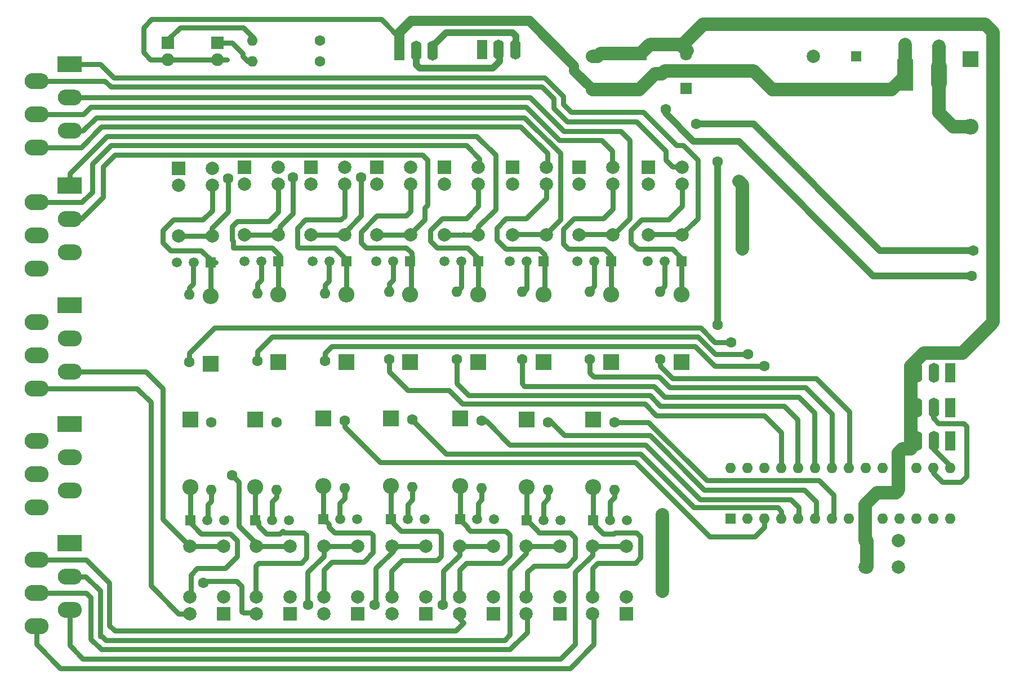
<source format=gbl>
%TF.GenerationSoftware,KiCad,Pcbnew,(5.1.6)-1*%
%TF.CreationDate,2021-11-12T17:11:00+01:00*%
%TF.ProjectId,Relay Control,52656c61-7920-4436-9f6e-74726f6c2e6b,rev?*%
%TF.SameCoordinates,Original*%
%TF.FileFunction,Copper,L2,Bot*%
%TF.FilePolarity,Positive*%
%FSLAX46Y46*%
G04 Gerber Fmt 4.6, Leading zero omitted, Abs format (unit mm)*
G04 Created by KiCad (PCBNEW (5.1.6)-1) date 2021-11-12 17:11:00*
%MOMM*%
%LPD*%
G01*
G04 APERTURE LIST*
%TA.AperFunction,ComponentPad*%
%ADD10O,1.600000X1.600000*%
%TD*%
%TA.AperFunction,ComponentPad*%
%ADD11R,1.600000X1.600000*%
%TD*%
%TA.AperFunction,ComponentPad*%
%ADD12C,1.800000*%
%TD*%
%TA.AperFunction,ComponentPad*%
%ADD13R,1.800000X1.800000*%
%TD*%
%TA.AperFunction,ComponentPad*%
%ADD14C,2.000000*%
%TD*%
%TA.AperFunction,ComponentPad*%
%ADD15R,2.000000X2.000000*%
%TD*%
%TA.AperFunction,ComponentPad*%
%ADD16C,1.600000*%
%TD*%
%TA.AperFunction,ComponentPad*%
%ADD17R,1.500000X1.500000*%
%TD*%
%TA.AperFunction,ComponentPad*%
%ADD18C,1.500000*%
%TD*%
%TA.AperFunction,ComponentPad*%
%ADD19O,1.600000X3.000000*%
%TD*%
%TA.AperFunction,ComponentPad*%
%ADD20R,1.600000X3.000000*%
%TD*%
%TA.AperFunction,ComponentPad*%
%ADD21O,2.400000X4.800000*%
%TD*%
%TA.AperFunction,ComponentPad*%
%ADD22R,2.400000X4.800000*%
%TD*%
%TA.AperFunction,ComponentPad*%
%ADD23O,3.600000X2.400000*%
%TD*%
%TA.AperFunction,ComponentPad*%
%ADD24C,0.100000*%
%TD*%
%TA.AperFunction,ComponentPad*%
%ADD25C,1.900000*%
%TD*%
%TA.AperFunction,ComponentPad*%
%ADD26R,1.900000X1.900000*%
%TD*%
%TA.AperFunction,ComponentPad*%
%ADD27O,2.400000X2.400000*%
%TD*%
%TA.AperFunction,ComponentPad*%
%ADD28R,2.400000X2.400000*%
%TD*%
%TA.AperFunction,ViaPad*%
%ADD29C,1.600000*%
%TD*%
%TA.AperFunction,ViaPad*%
%ADD30C,2.000000*%
%TD*%
%TA.AperFunction,Conductor*%
%ADD31C,0.750000*%
%TD*%
%TA.AperFunction,Conductor*%
%ADD32C,1.500000*%
%TD*%
%TA.AperFunction,Conductor*%
%ADD33C,2.000000*%
%TD*%
%TA.AperFunction,Conductor*%
%ADD34C,1.000000*%
%TD*%
G04 APERTURE END LIST*
D10*
%TO.P,U1,28*%
%TO.N,/GPA7*%
X187000000Y-106730000D03*
%TO.P,U1,14*%
%TO.N,N/C*%
X220020000Y-114350000D03*
%TO.P,U1,27*%
%TO.N,/GPA6*%
X189540000Y-106730000D03*
%TO.P,U1,13*%
%TO.N,/SDA*%
X217480000Y-114350000D03*
%TO.P,U1,26*%
%TO.N,/GPA5*%
X192080000Y-106730000D03*
%TO.P,U1,12*%
%TO.N,/SCK*%
X214940000Y-114350000D03*
%TO.P,U1,25*%
%TO.N,/GPA4*%
X194620000Y-106730000D03*
%TO.P,U1,11*%
%TO.N,N/C*%
X212400000Y-114350000D03*
%TO.P,U1,24*%
%TO.N,/GPA3*%
X197160000Y-106730000D03*
%TO.P,U1,10*%
%TO.N,GND*%
X209860000Y-114350000D03*
%TO.P,U1,23*%
%TO.N,/GPA2*%
X199700000Y-106730000D03*
%TO.P,U1,9*%
%TO.N,VCC*%
X207320000Y-114350000D03*
%TO.P,U1,22*%
%TO.N,/GPA1*%
X202240000Y-106730000D03*
%TO.P,U1,8*%
%TO.N,Net-(R17-Pad1)*%
X204780000Y-114350000D03*
%TO.P,U1,21*%
%TO.N,/GPA0*%
X204780000Y-106730000D03*
%TO.P,U1,7*%
%TO.N,/GPB6*%
X202240000Y-114350000D03*
%TO.P,U1,20*%
%TO.N,N/C*%
X207320000Y-106730000D03*
%TO.P,U1,6*%
%TO.N,/GPB5*%
X199700000Y-114350000D03*
%TO.P,U1,19*%
%TO.N,N/C*%
X209860000Y-106730000D03*
%TO.P,U1,5*%
%TO.N,/GPB4*%
X197160000Y-114350000D03*
%TO.P,U1,18*%
%TO.N,VCC*%
X212400000Y-106730000D03*
%TO.P,U1,4*%
%TO.N,/GPB3*%
X194620000Y-114350000D03*
%TO.P,U1,17*%
%TO.N,Net-(JP1-Pad2)*%
X214940000Y-106730000D03*
%TO.P,U1,3*%
%TO.N,/GPB2*%
X192080000Y-114350000D03*
%TO.P,U1,16*%
%TO.N,Net-(JP2-Pad2)*%
X217480000Y-106730000D03*
%TO.P,U1,2*%
%TO.N,/GPB1*%
X189540000Y-114350000D03*
%TO.P,U1,15*%
%TO.N,Net-(JP3-Pad2)*%
X220020000Y-106730000D03*
D11*
%TO.P,U1,1*%
%TO.N,/GPB0*%
X187000000Y-114350000D03*
%TD*%
D12*
%TO.P,U2,3*%
%TO.N,VCC*%
X180300000Y-44520000D03*
%TO.P,U2,2*%
%TO.N,GND*%
X180300000Y-47060000D03*
D13*
%TO.P,U2,1*%
%TO.N,+12V*%
X180300000Y-49600000D03*
%TD*%
D14*
%TO.P,Re15,5*%
%TO.N,/COB6*%
X171366469Y-118454171D03*
%TO.P,Re15,6*%
X166286469Y-118454171D03*
%TO.P,Re15,2*%
%TO.N,+12V*%
X171366469Y-126074171D03*
D15*
%TO.P,Re15,1*%
%TO.N,N/C*%
X171366469Y-128614171D03*
D14*
%TO.P,Re15,9*%
%TO.N,Net-(D15-Pad2)*%
X166286469Y-126074171D03*
%TO.P,Re15,10*%
%TO.N,/NOB6*%
X166286469Y-128614171D03*
%TD*%
%TO.P,Re14,5*%
%TO.N,/COB5*%
X161366469Y-118454171D03*
%TO.P,Re14,6*%
X156286469Y-118454171D03*
%TO.P,Re14,2*%
%TO.N,+12V*%
X161366469Y-126074171D03*
D15*
%TO.P,Re14,1*%
%TO.N,N/C*%
X161366469Y-128614171D03*
D14*
%TO.P,Re14,9*%
%TO.N,Net-(D14-Pad2)*%
X156286469Y-126074171D03*
%TO.P,Re14,10*%
%TO.N,/NOB5*%
X156286469Y-128614171D03*
%TD*%
%TO.P,Re13,5*%
%TO.N,/COB4*%
X151366469Y-118454171D03*
%TO.P,Re13,6*%
X146286469Y-118454171D03*
%TO.P,Re13,2*%
%TO.N,+12V*%
X151366469Y-126074171D03*
D15*
%TO.P,Re13,1*%
%TO.N,N/C*%
X151366469Y-128614171D03*
D14*
%TO.P,Re13,9*%
%TO.N,Net-(D13-Pad2)*%
X146286469Y-126074171D03*
%TO.P,Re13,10*%
%TO.N,/NOB4*%
X146286469Y-128614171D03*
%TD*%
%TO.P,Re12,5*%
%TO.N,/COB3*%
X141166469Y-118454171D03*
%TO.P,Re12,6*%
X136086469Y-118454171D03*
%TO.P,Re12,2*%
%TO.N,+12V*%
X141166469Y-126074171D03*
D15*
%TO.P,Re12,1*%
%TO.N,N/C*%
X141166469Y-128614171D03*
D14*
%TO.P,Re12,9*%
%TO.N,Net-(D12-Pad2)*%
X136086469Y-126074171D03*
%TO.P,Re12,10*%
%TO.N,/NOB3*%
X136086469Y-128614171D03*
%TD*%
%TO.P,Re11,5*%
%TO.N,/COB2*%
X130966469Y-118454171D03*
%TO.P,Re11,6*%
X125886469Y-118454171D03*
%TO.P,Re11,2*%
%TO.N,+12V*%
X130966469Y-126074171D03*
D15*
%TO.P,Re11,1*%
%TO.N,N/C*%
X130966469Y-128614171D03*
D14*
%TO.P,Re11,9*%
%TO.N,Net-(D11-Pad2)*%
X125886469Y-126074171D03*
%TO.P,Re11,10*%
%TO.N,/NOB2*%
X125886469Y-128614171D03*
%TD*%
%TO.P,Re10,5*%
%TO.N,/COB1*%
X120766469Y-118454171D03*
%TO.P,Re10,6*%
X115686469Y-118454171D03*
%TO.P,Re10,2*%
%TO.N,+12V*%
X120766469Y-126074171D03*
D15*
%TO.P,Re10,1*%
%TO.N,N/C*%
X120766469Y-128614171D03*
D14*
%TO.P,Re10,9*%
%TO.N,Net-(D10-Pad2)*%
X115686469Y-126074171D03*
%TO.P,Re10,10*%
%TO.N,/NOB1*%
X115686469Y-128614171D03*
%TD*%
%TO.P,Re9,5*%
%TO.N,/COB0*%
X110816469Y-118454171D03*
%TO.P,Re9,6*%
X105736469Y-118454171D03*
%TO.P,Re9,2*%
%TO.N,+12V*%
X110816469Y-126074171D03*
D15*
%TO.P,Re9,1*%
%TO.N,N/C*%
X110816469Y-128614171D03*
D14*
%TO.P,Re9,9*%
%TO.N,Net-(D9-Pad2)*%
X105736469Y-126074171D03*
%TO.P,Re9,10*%
%TO.N,/NOB0*%
X105736469Y-128614171D03*
%TD*%
%TO.P,Re8,5*%
%TO.N,/COA7*%
X104000000Y-71860000D03*
%TO.P,Re8,6*%
X109080000Y-71860000D03*
%TO.P,Re8,2*%
%TO.N,+12V*%
X104000000Y-64240000D03*
D15*
%TO.P,Re8,1*%
%TO.N,N/C*%
X104000000Y-61700000D03*
D14*
%TO.P,Re8,9*%
%TO.N,Net-(D8-Pad2)*%
X109080000Y-64240000D03*
%TO.P,Re8,10*%
%TO.N,/NOA7*%
X109080000Y-61700000D03*
%TD*%
%TO.P,Re7,5*%
%TO.N,/COA6*%
X113950000Y-71660000D03*
%TO.P,Re7,6*%
X119030000Y-71660000D03*
%TO.P,Re7,2*%
%TO.N,+12V*%
X113950000Y-64040000D03*
D15*
%TO.P,Re7,1*%
%TO.N,N/C*%
X113950000Y-61500000D03*
D14*
%TO.P,Re7,9*%
%TO.N,Net-(D7-Pad2)*%
X119030000Y-64040000D03*
%TO.P,Re7,10*%
%TO.N,/NOA6*%
X119030000Y-61500000D03*
%TD*%
%TO.P,Re6,5*%
%TO.N,/COA5*%
X123900000Y-71660000D03*
%TO.P,Re6,6*%
X128980000Y-71660000D03*
%TO.P,Re6,2*%
%TO.N,+12V*%
X123900000Y-64040000D03*
D15*
%TO.P,Re6,1*%
%TO.N,N/C*%
X123900000Y-61500000D03*
D14*
%TO.P,Re6,9*%
%TO.N,Net-(D6-Pad2)*%
X128980000Y-64040000D03*
%TO.P,Re6,10*%
%TO.N,/NOA5*%
X128980000Y-61500000D03*
%TD*%
%TO.P,Re5,5*%
%TO.N,/COA4*%
X133850000Y-71660000D03*
%TO.P,Re5,6*%
X138930000Y-71660000D03*
%TO.P,Re5,2*%
%TO.N,+12V*%
X133850000Y-64040000D03*
D15*
%TO.P,Re5,1*%
%TO.N,N/C*%
X133850000Y-61500000D03*
D14*
%TO.P,Re5,9*%
%TO.N,Net-(D5-Pad2)*%
X138930000Y-64040000D03*
%TO.P,Re5,10*%
%TO.N,/NOA4*%
X138930000Y-61500000D03*
%TD*%
%TO.P,Re4,5*%
%TO.N,/COA3*%
X144000000Y-71660000D03*
%TO.P,Re4,6*%
X149080000Y-71660000D03*
%TO.P,Re4,2*%
%TO.N,+12V*%
X144000000Y-64040000D03*
D15*
%TO.P,Re4,1*%
%TO.N,N/C*%
X144000000Y-61500000D03*
D14*
%TO.P,Re4,9*%
%TO.N,Net-(D4-Pad2)*%
X149080000Y-64040000D03*
%TO.P,Re4,10*%
%TO.N,/NOA3*%
X149080000Y-61500000D03*
%TD*%
%TO.P,Re3,5*%
%TO.N,/COA2*%
X154200000Y-71660000D03*
%TO.P,Re3,6*%
X159280000Y-71660000D03*
%TO.P,Re3,2*%
%TO.N,+12V*%
X154200000Y-64040000D03*
D15*
%TO.P,Re3,1*%
%TO.N,N/C*%
X154200000Y-61500000D03*
D14*
%TO.P,Re3,9*%
%TO.N,Net-(D3-Pad2)*%
X159280000Y-64040000D03*
%TO.P,Re3,10*%
%TO.N,/NOA2*%
X159280000Y-61500000D03*
%TD*%
%TO.P,Re2,5*%
%TO.N,/COA1*%
X164200000Y-71660000D03*
%TO.P,Re2,6*%
X169280000Y-71660000D03*
%TO.P,Re2,2*%
%TO.N,+12V*%
X164200000Y-64040000D03*
D15*
%TO.P,Re2,1*%
%TO.N,N/C*%
X164200000Y-61500000D03*
D14*
%TO.P,Re2,9*%
%TO.N,Net-(D2-Pad2)*%
X169280000Y-64040000D03*
%TO.P,Re2,10*%
%TO.N,/NOA1*%
X169280000Y-61500000D03*
%TD*%
%TO.P,Re1,5*%
%TO.N,/COA0*%
X174600000Y-71660000D03*
%TO.P,Re1,6*%
X179680000Y-71660000D03*
%TO.P,Re1,2*%
%TO.N,+12V*%
X174600000Y-64040000D03*
D15*
%TO.P,Re1,1*%
%TO.N,N/C*%
X174600000Y-61500000D03*
D14*
%TO.P,Re1,9*%
%TO.N,Net-(D1-Pad2)*%
X179680000Y-64040000D03*
%TO.P,Re1,10*%
%TO.N,/NOA0*%
X179680000Y-61500000D03*
%TD*%
D10*
%TO.P,R17,2*%
%TO.N,Net-(D18-Pad2)*%
X115090000Y-45600000D03*
D16*
%TO.P,R17,1*%
%TO.N,Net-(R17-Pad1)*%
X125250000Y-45600000D03*
%TD*%
D10*
%TO.P,R16,2*%
%TO.N,Net-(D17-Pad2)*%
X115090000Y-42400000D03*
D16*
%TO.P,R16,1*%
%TO.N,VCC*%
X125250000Y-42400000D03*
%TD*%
D10*
%TO.P,R15,2*%
%TO.N,Net-(Q15-Pad2)*%
X169566469Y-109974171D03*
D16*
%TO.P,R15,1*%
%TO.N,/GPB6*%
X169566469Y-99814171D03*
%TD*%
D10*
%TO.P,R14,2*%
%TO.N,Net-(Q14-Pad2)*%
X159566469Y-109974171D03*
D16*
%TO.P,R14,1*%
%TO.N,/GPB5*%
X159566469Y-99814171D03*
%TD*%
D10*
%TO.P,R13,2*%
%TO.N,Net-(Q13-Pad2)*%
X149566469Y-109774171D03*
D16*
%TO.P,R13,1*%
%TO.N,/GPB4*%
X149566469Y-99614171D03*
%TD*%
D10*
%TO.P,R12,2*%
%TO.N,Net-(Q12-Pad2)*%
X139166469Y-109574171D03*
D16*
%TO.P,R12,1*%
%TO.N,/GPB3*%
X139166469Y-99414171D03*
%TD*%
D10*
%TO.P,R11,2*%
%TO.N,Net-(Q11-Pad2)*%
X128966469Y-109774171D03*
D16*
%TO.P,R11,1*%
%TO.N,/GPB2*%
X128966469Y-99614171D03*
%TD*%
D10*
%TO.P,R10,2*%
%TO.N,Net-(Q10-Pad2)*%
X118766469Y-109974171D03*
D16*
%TO.P,R10,1*%
%TO.N,/GPB1*%
X118766469Y-99814171D03*
%TD*%
D10*
%TO.P,R9,2*%
%TO.N,Net-(Q9-Pad2)*%
X108966469Y-109974171D03*
D16*
%TO.P,R9,1*%
%TO.N,/GPB0*%
X108966469Y-99814171D03*
%TD*%
D10*
%TO.P,R8,2*%
%TO.N,Net-(Q8-Pad2)*%
X105650000Y-80640000D03*
D16*
%TO.P,R8,1*%
%TO.N,/GPA7*%
X105650000Y-90800000D03*
%TD*%
D10*
%TO.P,R7,2*%
%TO.N,Net-(Q7-Pad2)*%
X115850000Y-80440000D03*
D16*
%TO.P,R7,1*%
%TO.N,/GPA6*%
X115850000Y-90600000D03*
%TD*%
D10*
%TO.P,R6,2*%
%TO.N,Net-(Q6-Pad2)*%
X126050000Y-80440000D03*
D16*
%TO.P,R6,1*%
%TO.N,/GPA5*%
X126050000Y-90600000D03*
%TD*%
D10*
%TO.P,R5,2*%
%TO.N,Net-(Q5-Pad2)*%
X135650000Y-80240000D03*
D16*
%TO.P,R5,1*%
%TO.N,/GPA4*%
X135650000Y-90400000D03*
%TD*%
D10*
%TO.P,R4,2*%
%TO.N,Net-(Q4-Pad2)*%
X145850000Y-80240000D03*
D16*
%TO.P,R4,1*%
%TO.N,/GPA3*%
X145850000Y-90400000D03*
%TD*%
D10*
%TO.P,R3,2*%
%TO.N,Net-(Q3-Pad2)*%
X155650000Y-80240000D03*
D16*
%TO.P,R3,1*%
%TO.N,/GPA2*%
X155650000Y-90400000D03*
%TD*%
D10*
%TO.P,R2,2*%
%TO.N,Net-(Q2-Pad2)*%
X165850000Y-80240000D03*
D16*
%TO.P,R2,1*%
%TO.N,/GPA1*%
X165850000Y-90400000D03*
%TD*%
D10*
%TO.P,R1,2*%
%TO.N,Net-(Q1-Pad2)*%
X176450000Y-80240000D03*
D16*
%TO.P,R1,1*%
%TO.N,/GPA0*%
X176450000Y-90400000D03*
%TD*%
D17*
%TO.P,Q15,1*%
%TO.N,Net-(D15-Pad2)*%
X166366469Y-114614171D03*
D18*
%TO.P,Q15,3*%
%TO.N,GND*%
X171446469Y-114614171D03*
%TO.P,Q15,2*%
%TO.N,Net-(Q15-Pad2)*%
X168906469Y-114614171D03*
%TD*%
D17*
%TO.P,Q14,1*%
%TO.N,Net-(D14-Pad2)*%
X156366469Y-114614171D03*
D18*
%TO.P,Q14,3*%
%TO.N,GND*%
X161446469Y-114614171D03*
%TO.P,Q14,2*%
%TO.N,Net-(Q14-Pad2)*%
X158906469Y-114614171D03*
%TD*%
D17*
%TO.P,Q13,1*%
%TO.N,Net-(D13-Pad2)*%
X146366469Y-114414171D03*
D18*
%TO.P,Q13,3*%
%TO.N,GND*%
X151446469Y-114414171D03*
%TO.P,Q13,2*%
%TO.N,Net-(Q13-Pad2)*%
X148906469Y-114414171D03*
%TD*%
D17*
%TO.P,Q12,1*%
%TO.N,Net-(D12-Pad2)*%
X135966469Y-114414171D03*
D18*
%TO.P,Q12,3*%
%TO.N,GND*%
X141046469Y-114414171D03*
%TO.P,Q12,2*%
%TO.N,Net-(Q12-Pad2)*%
X138506469Y-114414171D03*
%TD*%
D17*
%TO.P,Q11,1*%
%TO.N,Net-(D11-Pad2)*%
X125766469Y-114414171D03*
D18*
%TO.P,Q11,3*%
%TO.N,GND*%
X130846469Y-114414171D03*
%TO.P,Q11,2*%
%TO.N,Net-(Q11-Pad2)*%
X128306469Y-114414171D03*
%TD*%
D17*
%TO.P,Q10,1*%
%TO.N,Net-(D10-Pad2)*%
X115566469Y-114614171D03*
D18*
%TO.P,Q10,3*%
%TO.N,GND*%
X120646469Y-114614171D03*
%TO.P,Q10,2*%
%TO.N,Net-(Q10-Pad2)*%
X118106469Y-114614171D03*
%TD*%
D17*
%TO.P,Q9,1*%
%TO.N,Net-(D9-Pad2)*%
X105766469Y-114614171D03*
D18*
%TO.P,Q9,3*%
%TO.N,GND*%
X110846469Y-114614171D03*
%TO.P,Q9,2*%
%TO.N,Net-(Q9-Pad2)*%
X108306469Y-114614171D03*
%TD*%
D17*
%TO.P,Q8,1*%
%TO.N,Net-(D8-Pad2)*%
X108850000Y-75800000D03*
D18*
%TO.P,Q8,3*%
%TO.N,GND*%
X103770000Y-75800000D03*
%TO.P,Q8,2*%
%TO.N,Net-(Q8-Pad2)*%
X106310000Y-75800000D03*
%TD*%
D17*
%TO.P,Q7,1*%
%TO.N,Net-(D7-Pad2)*%
X119050000Y-75600000D03*
D18*
%TO.P,Q7,3*%
%TO.N,GND*%
X113970000Y-75600000D03*
%TO.P,Q7,2*%
%TO.N,Net-(Q7-Pad2)*%
X116510000Y-75600000D03*
%TD*%
D17*
%TO.P,Q6,1*%
%TO.N,Net-(D6-Pad2)*%
X129250000Y-75600000D03*
D18*
%TO.P,Q6,3*%
%TO.N,GND*%
X124170000Y-75600000D03*
%TO.P,Q6,2*%
%TO.N,Net-(Q6-Pad2)*%
X126710000Y-75600000D03*
%TD*%
D17*
%TO.P,Q5,1*%
%TO.N,Net-(D5-Pad2)*%
X138850000Y-75600000D03*
D18*
%TO.P,Q5,3*%
%TO.N,GND*%
X133770000Y-75600000D03*
%TO.P,Q5,2*%
%TO.N,Net-(Q5-Pad2)*%
X136310000Y-75600000D03*
%TD*%
D17*
%TO.P,Q4,1*%
%TO.N,Net-(D4-Pad2)*%
X149050000Y-75600000D03*
D18*
%TO.P,Q4,3*%
%TO.N,GND*%
X143970000Y-75600000D03*
%TO.P,Q4,2*%
%TO.N,Net-(Q4-Pad2)*%
X146510000Y-75600000D03*
%TD*%
D17*
%TO.P,Q3,1*%
%TO.N,Net-(D3-Pad2)*%
X158850000Y-75600000D03*
D18*
%TO.P,Q3,3*%
%TO.N,GND*%
X153770000Y-75600000D03*
%TO.P,Q3,2*%
%TO.N,Net-(Q3-Pad2)*%
X156310000Y-75600000D03*
%TD*%
D17*
%TO.P,Q2,1*%
%TO.N,Net-(D2-Pad2)*%
X169050000Y-75600000D03*
D18*
%TO.P,Q2,3*%
%TO.N,GND*%
X163970000Y-75600000D03*
%TO.P,Q2,2*%
%TO.N,Net-(Q2-Pad2)*%
X166510000Y-75600000D03*
%TD*%
D17*
%TO.P,Q1,1*%
%TO.N,Net-(D1-Pad2)*%
X179650000Y-75600000D03*
D18*
%TO.P,Q1,3*%
%TO.N,GND*%
X174570000Y-75600000D03*
%TO.P,Q1,2*%
%TO.N,Net-(Q1-Pad2)*%
X177110000Y-75600000D03*
%TD*%
D19*
%TO.P,JP3,3*%
%TO.N,VCC*%
X215050000Y-102600000D03*
%TO.P,JP3,2*%
%TO.N,Net-(JP3-Pad2)*%
X217550000Y-102600000D03*
D20*
%TO.P,JP3,1*%
%TO.N,GND*%
X220050000Y-102600000D03*
%TD*%
D19*
%TO.P,JP2,3*%
%TO.N,VCC*%
X215050000Y-97600000D03*
%TO.P,JP2,2*%
%TO.N,Net-(JP2-Pad2)*%
X217550000Y-97600000D03*
D20*
%TO.P,JP2,1*%
%TO.N,GND*%
X220050000Y-97600000D03*
%TD*%
D19*
%TO.P,JP1,3*%
%TO.N,VCC*%
X215050000Y-92400000D03*
%TO.P,JP1,2*%
%TO.N,Net-(JP1-Pad2)*%
X217550000Y-92400000D03*
D20*
%TO.P,JP1,1*%
%TO.N,GND*%
X220050000Y-92400000D03*
%TD*%
D21*
%TO.P,J8,2*%
%TO.N,Net-(D16-Pad2)*%
X218330000Y-47600000D03*
D22*
%TO.P,J8,1*%
%TO.N,GND*%
X213250000Y-47600000D03*
%TD*%
D19*
%TO.P,J7,3*%
%TO.N,/SDA*%
X142250000Y-44000000D03*
%TO.P,J7,2*%
%TO.N,/SCK*%
X139750000Y-44000000D03*
D20*
%TO.P,J7,1*%
%TO.N,GND*%
X137250000Y-44000000D03*
%TD*%
D19*
%TO.P,J6,3*%
%TO.N,/SDA*%
X154650000Y-43800000D03*
%TO.P,J6,2*%
%TO.N,/SCK*%
X152150000Y-43800000D03*
D20*
%TO.P,J6,1*%
%TO.N,GND*%
X149650000Y-43800000D03*
%TD*%
D23*
%TO.P,J5,2*%
%TO.N,/NOB4*%
X82650000Y-120500000D03*
%TA.AperFunction,ComponentPad*%
D24*
%TO.P,J5,1*%
%TO.N,/COB4*%
G36*
X85850000Y-119200000D02*
G01*
X85850000Y-116800000D01*
X89450000Y-116800000D01*
X89450000Y-119200000D01*
X85850000Y-119200000D01*
G37*
%TD.AperFunction*%
D23*
%TO.P,J5,3*%
%TO.N,/COB5*%
X87650000Y-123000000D03*
%TO.P,J5,4*%
%TO.N,/NOB5*%
X82650000Y-125500000D03*
%TO.P,J5,5*%
%TO.N,/COB6*%
X87650000Y-128000000D03*
%TO.P,J5,6*%
%TO.N,/NOB6*%
X82650000Y-130500000D03*
%TD*%
%TO.P,J4,2*%
%TO.N,/NOB1*%
X82650000Y-102600000D03*
%TA.AperFunction,ComponentPad*%
D24*
%TO.P,J4,1*%
%TO.N,/COB1*%
G36*
X85850000Y-101300000D02*
G01*
X85850000Y-98900000D01*
X89450000Y-98900000D01*
X89450000Y-101300000D01*
X85850000Y-101300000D01*
G37*
%TD.AperFunction*%
D23*
%TO.P,J4,3*%
%TO.N,/COB2*%
X87650000Y-105100000D03*
%TO.P,J4,4*%
%TO.N,/NOB2*%
X82650000Y-107600000D03*
%TO.P,J4,5*%
%TO.N,/COB3*%
X87650000Y-110100000D03*
%TO.P,J4,6*%
%TO.N,/NOB3*%
X82650000Y-112600000D03*
%TD*%
%TO.P,J3,2*%
%TO.N,/NOA6*%
X82650000Y-84750000D03*
%TA.AperFunction,ComponentPad*%
D24*
%TO.P,J3,1*%
%TO.N,/COA6*%
G36*
X85850000Y-83450000D02*
G01*
X85850000Y-81050000D01*
X89450000Y-81050000D01*
X89450000Y-83450000D01*
X85850000Y-83450000D01*
G37*
%TD.AperFunction*%
D23*
%TO.P,J3,3*%
%TO.N,/COA7*%
X87650000Y-87250000D03*
%TO.P,J3,4*%
%TO.N,/NOA7*%
X82650000Y-89750000D03*
%TO.P,J3,5*%
%TO.N,/COB0*%
X87650000Y-92250000D03*
%TO.P,J3,6*%
%TO.N,/NOB0*%
X82650000Y-94750000D03*
%TD*%
%TO.P,J2,2*%
%TO.N,/NOA3*%
X82650000Y-66750000D03*
%TA.AperFunction,ComponentPad*%
D24*
%TO.P,J2,1*%
%TO.N,/COA3*%
G36*
X85850000Y-65450000D02*
G01*
X85850000Y-63050000D01*
X89450000Y-63050000D01*
X89450000Y-65450000D01*
X85850000Y-65450000D01*
G37*
%TD.AperFunction*%
D23*
%TO.P,J2,3*%
%TO.N,/COA4*%
X87650000Y-69250000D03*
%TO.P,J2,4*%
%TO.N,/NOA4*%
X82650000Y-71750000D03*
%TO.P,J2,5*%
%TO.N,/COA5*%
X87650000Y-74250000D03*
%TO.P,J2,6*%
%TO.N,/NOA5*%
X82650000Y-76750000D03*
%TD*%
%TO.P,J1,2*%
%TO.N,/NOA0*%
X82650000Y-48500000D03*
%TA.AperFunction,ComponentPad*%
D24*
%TO.P,J1,1*%
%TO.N,/COA0*%
G36*
X85850000Y-47200000D02*
G01*
X85850000Y-44800000D01*
X89450000Y-44800000D01*
X89450000Y-47200000D01*
X85850000Y-47200000D01*
G37*
%TD.AperFunction*%
D23*
%TO.P,J1,3*%
%TO.N,/COA1*%
X87650000Y-51000000D03*
%TO.P,J1,4*%
%TO.N,/NOA1*%
X82650000Y-53500000D03*
%TO.P,J1,5*%
%TO.N,/COA2*%
X87650000Y-56000000D03*
%TO.P,J1,6*%
%TO.N,/NOA2*%
X82650000Y-58500000D03*
%TD*%
D25*
%TO.P,D18,1*%
%TO.N,GND*%
X109850000Y-45300000D03*
D26*
%TO.P,D18,2*%
%TO.N,Net-(D18-Pad2)*%
X109850000Y-42800000D03*
%TD*%
D25*
%TO.P,D17,1*%
%TO.N,GND*%
X102450000Y-45300000D03*
D26*
%TO.P,D17,2*%
%TO.N,Net-(D17-Pad2)*%
X102450000Y-42800000D03*
%TD*%
D27*
%TO.P,D16,2*%
%TO.N,Net-(D16-Pad2)*%
X223050000Y-55360000D03*
D28*
%TO.P,D16,1*%
%TO.N,+12V*%
X223050000Y-45200000D03*
%TD*%
D27*
%TO.P,D15,2*%
%TO.N,Net-(D15-Pad2)*%
X166366469Y-109574171D03*
D28*
%TO.P,D15,1*%
%TO.N,+12V*%
X166366469Y-99414171D03*
%TD*%
D27*
%TO.P,D14,2*%
%TO.N,Net-(D14-Pad2)*%
X156366469Y-109574171D03*
D28*
%TO.P,D14,1*%
%TO.N,+12V*%
X156366469Y-99414171D03*
%TD*%
D27*
%TO.P,D13,2*%
%TO.N,Net-(D13-Pad2)*%
X146366469Y-109374171D03*
D28*
%TO.P,D13,1*%
%TO.N,+12V*%
X146366469Y-99214171D03*
%TD*%
D27*
%TO.P,D12,2*%
%TO.N,Net-(D12-Pad2)*%
X135966469Y-109374171D03*
D28*
%TO.P,D12,1*%
%TO.N,+12V*%
X135966469Y-99214171D03*
%TD*%
D27*
%TO.P,D11,2*%
%TO.N,Net-(D11-Pad2)*%
X125766469Y-109374171D03*
D28*
%TO.P,D11,1*%
%TO.N,+12V*%
X125766469Y-99214171D03*
%TD*%
D27*
%TO.P,D10,2*%
%TO.N,Net-(D10-Pad2)*%
X115566469Y-109574171D03*
D28*
%TO.P,D10,1*%
%TO.N,+12V*%
X115566469Y-99414171D03*
%TD*%
D27*
%TO.P,D9,2*%
%TO.N,Net-(D9-Pad2)*%
X105766469Y-109574171D03*
D28*
%TO.P,D9,1*%
%TO.N,+12V*%
X105766469Y-99414171D03*
%TD*%
D27*
%TO.P,D8,2*%
%TO.N,Net-(D8-Pad2)*%
X108850000Y-80840000D03*
D28*
%TO.P,D8,1*%
%TO.N,+12V*%
X108850000Y-91000000D03*
%TD*%
D27*
%TO.P,D7,2*%
%TO.N,Net-(D7-Pad2)*%
X119050000Y-80640000D03*
D28*
%TO.P,D7,1*%
%TO.N,+12V*%
X119050000Y-90800000D03*
%TD*%
D27*
%TO.P,D6,2*%
%TO.N,Net-(D6-Pad2)*%
X129250000Y-80640000D03*
D28*
%TO.P,D6,1*%
%TO.N,+12V*%
X129250000Y-90800000D03*
%TD*%
D27*
%TO.P,D5,2*%
%TO.N,Net-(D5-Pad2)*%
X138850000Y-80640000D03*
D28*
%TO.P,D5,1*%
%TO.N,+12V*%
X138850000Y-90800000D03*
%TD*%
D27*
%TO.P,D4,2*%
%TO.N,Net-(D4-Pad2)*%
X149050000Y-80640000D03*
D28*
%TO.P,D4,1*%
%TO.N,+12V*%
X149050000Y-90800000D03*
%TD*%
D27*
%TO.P,D3,2*%
%TO.N,Net-(D3-Pad2)*%
X158850000Y-80640000D03*
D28*
%TO.P,D3,1*%
%TO.N,+12V*%
X158850000Y-90800000D03*
%TD*%
D27*
%TO.P,D2,2*%
%TO.N,Net-(D2-Pad2)*%
X169050000Y-80640000D03*
D28*
%TO.P,D2,1*%
%TO.N,+12V*%
X169050000Y-90800000D03*
%TD*%
D27*
%TO.P,D1,2*%
%TO.N,Net-(D1-Pad2)*%
X179650000Y-80600000D03*
D28*
%TO.P,D1,1*%
%TO.N,+12V*%
X179650000Y-90760000D03*
%TD*%
D14*
%TO.P,C6,2*%
%TO.N,GND*%
X212250000Y-117600000D03*
%TO.P,C6,1*%
%TO.N,VCC*%
X207250000Y-117600000D03*
%TD*%
%TO.P,C5,2*%
%TO.N,GND*%
X166250000Y-49800000D03*
%TO.P,C5,1*%
%TO.N,VCC*%
X166250000Y-44800000D03*
%TD*%
D16*
%TO.P,C4,2*%
%TO.N,GND*%
X173650000Y-49600000D03*
D11*
%TO.P,C4,1*%
%TO.N,VCC*%
X173650000Y-44600000D03*
%TD*%
D14*
%TO.P,C3,2*%
%TO.N,GND*%
X199450000Y-49800000D03*
%TO.P,C3,1*%
%TO.N,+12V*%
X199450000Y-44800000D03*
%TD*%
D16*
%TO.P,C2,2*%
%TO.N,GND*%
X205850000Y-49800000D03*
D11*
%TO.P,C2,1*%
%TO.N,+12V*%
X205850000Y-44800000D03*
%TD*%
D14*
%TO.P,C1,2*%
%TO.N,GND*%
X212250000Y-121600000D03*
%TO.P,C1,1*%
%TO.N,VCC*%
X207250000Y-121600000D03*
%TD*%
D29*
%TO.N,+12V*%
X188750000Y-73750000D03*
X188250000Y-63600000D03*
D30*
X176750000Y-125250000D03*
X176750000Y-113750000D03*
D29*
%TO.N,/COA5*%
X131450000Y-63000000D03*
%TO.N,/COA6*%
X121250000Y-63000000D03*
%TO.N,/COA7*%
X111450000Y-63200000D03*
%TO.N,/NOB1*%
X107750000Y-124000000D03*
%TO.N,/COB1*%
X112050000Y-107800000D03*
%TO.N,/COB2*%
X123500000Y-127250000D03*
%TO.N,/COB3*%
X133500000Y-127250000D03*
%TO.N,/COB4*%
X143750000Y-127250000D03*
%TO.N,/GPA5*%
X192050000Y-91400000D03*
%TO.N,/GPA6*%
X189650000Y-89600000D03*
%TO.N,/GPA7*%
X187050000Y-87800000D03*
%TO.N,Net-(R17-Pad1)*%
X185050000Y-60600000D03*
X185050000Y-85200000D03*
%TO.N,/SDA*%
X177250000Y-52800000D03*
X223250000Y-77800000D03*
%TO.N,/SCK*%
X181850000Y-55000000D03*
X223450000Y-74000000D03*
%TD*%
D31*
%TO.N,GND*%
X102450000Y-45300000D02*
X109950000Y-45300000D01*
D32*
X137250000Y-44000000D02*
X137250000Y-42000000D01*
D33*
X166250000Y-49800000D02*
X173250000Y-49800000D01*
X173250000Y-49800000D02*
X175650000Y-47400000D01*
X175650000Y-47400000D02*
X176650000Y-47400000D01*
X176650000Y-47400000D02*
X177050000Y-47000000D01*
X177050000Y-47000000D02*
X180450000Y-47000000D01*
X180450000Y-47000000D02*
X190450000Y-47000000D01*
X190450000Y-47000000D02*
X193250000Y-49800000D01*
X193250000Y-49800000D02*
X199650000Y-49800000D01*
X199650000Y-49800000D02*
X206050000Y-49800000D01*
X205850000Y-49800000D02*
X211250000Y-49800000D01*
X211250000Y-49800000D02*
X213250000Y-47800000D01*
X213250000Y-47800000D02*
X213250000Y-47600000D01*
X213250000Y-43000000D02*
X213250000Y-47600000D01*
D31*
X102450000Y-45300000D02*
X111300000Y-45300000D01*
X102450000Y-45300000D02*
X99800000Y-45300000D01*
X99800000Y-45300000D02*
X98750000Y-44250000D01*
X98750000Y-44250000D02*
X98750000Y-40500000D01*
X98750000Y-40500000D02*
X100000000Y-39250000D01*
X134500000Y-39250000D02*
X137250000Y-42000000D01*
X100000000Y-39250000D02*
X134500000Y-39250000D01*
D32*
X137250000Y-42000000D02*
X137250000Y-41250000D01*
X137250000Y-41250000D02*
X139000000Y-39500000D01*
X139000000Y-39500000D02*
X156750000Y-39500000D01*
X156750000Y-39500000D02*
X163500000Y-46250000D01*
X163500000Y-46250000D02*
X163500000Y-47000000D01*
X163500000Y-47000000D02*
X166250000Y-49750000D01*
D33*
%TO.N,VCC*%
X166250000Y-44800000D02*
X167050000Y-44800000D01*
X167050000Y-44800000D02*
X167450000Y-44400000D01*
X167450000Y-44400000D02*
X173450000Y-44400000D01*
X173450000Y-44400000D02*
X174850000Y-43000000D01*
X174850000Y-43000000D02*
X179450000Y-43000000D01*
X179450000Y-43000000D02*
X180450000Y-44000000D01*
X179450000Y-43000000D02*
X179850000Y-43000000D01*
X179850000Y-43000000D02*
X182850000Y-40000000D01*
X182850000Y-40000000D02*
X219250000Y-40000000D01*
X219250000Y-40000000D02*
X220250000Y-40000000D01*
X220250000Y-40000000D02*
X225250000Y-40000000D01*
X225250000Y-40000000D02*
X226450000Y-41200000D01*
X226450000Y-41200000D02*
X226450000Y-82400000D01*
X226450000Y-82400000D02*
X226450000Y-84800000D01*
X226450000Y-84800000D02*
X221850000Y-89400000D01*
X221850000Y-89400000D02*
X216050000Y-89400000D01*
X216050000Y-89400000D02*
X214050000Y-91400000D01*
X214050000Y-91400000D02*
X214050000Y-103800000D01*
X214050000Y-103800000D02*
X212850000Y-103800000D01*
X212850000Y-103800000D02*
X212250000Y-104400000D01*
X212250000Y-104400000D02*
X212250000Y-110000000D01*
X212250000Y-110000000D02*
X211850000Y-110400000D01*
X211850000Y-110400000D02*
X209050000Y-110400000D01*
X209050000Y-110400000D02*
X207250000Y-112200000D01*
X207250000Y-112200000D02*
X207250000Y-117400000D01*
X207250000Y-117400000D02*
X207450000Y-117600000D01*
X207450000Y-117600000D02*
X207450000Y-121600000D01*
%TO.N,+12V*%
X188750000Y-73750000D02*
X188750000Y-64100000D01*
X188750000Y-64100000D02*
X188250000Y-63600000D01*
X176750000Y-113750000D02*
X176750000Y-116750000D01*
X176750000Y-125250000D02*
X176750000Y-116750000D01*
D31*
%TO.N,Net-(D1-Pad2)*%
X179680000Y-64040000D02*
X179680000Y-67370000D01*
X179680000Y-67370000D02*
X177650000Y-69400000D01*
X177650000Y-69400000D02*
X173650000Y-69400000D01*
X173650000Y-69400000D02*
X172050000Y-71000000D01*
X172050000Y-71000000D02*
X172050000Y-72800000D01*
X172050000Y-72800000D02*
X173050000Y-73800000D01*
X173050000Y-73800000D02*
X178250000Y-73800000D01*
X178250000Y-73800000D02*
X179650000Y-75200000D01*
X179650000Y-75200000D02*
X179650000Y-75600000D01*
X179650000Y-75600000D02*
X179650000Y-80600000D01*
X179650000Y-80600000D02*
X179850000Y-80800000D01*
%TO.N,Net-(D2-Pad2)*%
X169280000Y-64040000D02*
X169280000Y-67770000D01*
X169280000Y-67770000D02*
X167850000Y-69200000D01*
X167850000Y-69200000D02*
X163450000Y-69200000D01*
X163450000Y-69200000D02*
X161850000Y-70800000D01*
X161850000Y-70800000D02*
X161850000Y-73000000D01*
X161850000Y-73000000D02*
X162650000Y-73800000D01*
X162650000Y-73800000D02*
X168050000Y-73800000D01*
X168050000Y-73800000D02*
X169050000Y-74800000D01*
X169050000Y-74800000D02*
X169050000Y-75600000D01*
X169050000Y-75600000D02*
X169050000Y-80600000D01*
%TO.N,Net-(D3-Pad2)*%
X159280000Y-64040000D02*
X159280000Y-66170000D01*
X159280000Y-66170000D02*
X156250000Y-69200000D01*
X156250000Y-69200000D02*
X153250000Y-69200000D01*
X153250000Y-69200000D02*
X151850000Y-70600000D01*
X151850000Y-70600000D02*
X151850000Y-72400000D01*
X151850000Y-72400000D02*
X153250000Y-73800000D01*
X153250000Y-73800000D02*
X158250000Y-73800000D01*
X158250000Y-73800000D02*
X159050000Y-74600000D01*
X159050000Y-74600000D02*
X159050000Y-80600000D01*
%TO.N,Net-(D4-Pad2)*%
X149050000Y-75600000D02*
X149050000Y-80600000D01*
X149080000Y-64040000D02*
X149080000Y-67370000D01*
X149080000Y-67370000D02*
X147250000Y-69200000D01*
X147250000Y-69200000D02*
X143650000Y-69200000D01*
X143650000Y-69200000D02*
X141850000Y-71000000D01*
X141850000Y-71000000D02*
X141850000Y-72600000D01*
X141850000Y-72600000D02*
X142850000Y-73600000D01*
X142850000Y-73600000D02*
X147450000Y-73600000D01*
X147450000Y-73600000D02*
X149050000Y-75200000D01*
%TO.N,Net-(D5-Pad2)*%
X139050000Y-80400000D02*
X139050000Y-81000000D01*
X138930000Y-64040000D02*
X138930000Y-68120000D01*
X138930000Y-68120000D02*
X138250000Y-68800000D01*
X138250000Y-68800000D02*
X133850000Y-68800000D01*
X133850000Y-68800000D02*
X131450000Y-71200000D01*
X131450000Y-71200000D02*
X131450000Y-72800000D01*
X131450000Y-72800000D02*
X132250000Y-73600000D01*
X132250000Y-73600000D02*
X138250000Y-73600000D01*
X138250000Y-73600000D02*
X139050000Y-74400000D01*
X139050000Y-74400000D02*
X139050000Y-75200000D01*
X139050000Y-75200000D02*
X139000000Y-75250000D01*
X139000000Y-75250000D02*
X139000000Y-80500000D01*
%TO.N,Net-(D6-Pad2)*%
X128980000Y-64040000D02*
X129290000Y-64040000D01*
X129250000Y-75600000D02*
X129250000Y-80600000D01*
X129250000Y-80600000D02*
X129450000Y-80800000D01*
X128980000Y-64040000D02*
X128980000Y-68870000D01*
X128980000Y-68870000D02*
X128450000Y-69400000D01*
X128450000Y-69400000D02*
X123050000Y-69400000D01*
X123050000Y-69400000D02*
X121850000Y-70600000D01*
X121850000Y-70600000D02*
X121850000Y-73400000D01*
X121850000Y-73400000D02*
X122050000Y-73600000D01*
X122050000Y-73600000D02*
X127450000Y-73600000D01*
X127450000Y-73600000D02*
X129250000Y-75400000D01*
X129250000Y-75400000D02*
X129250000Y-75600000D01*
%TO.N,Net-(D7-Pad2)*%
X119030000Y-64040000D02*
X119290000Y-64040000D01*
X119050000Y-75600000D02*
X119050000Y-80600000D01*
X119030000Y-64040000D02*
X119030000Y-68180000D01*
X119030000Y-68180000D02*
X117610000Y-69600000D01*
X117610000Y-69600000D02*
X112850000Y-69600000D01*
X112850000Y-69600000D02*
X112074999Y-70375001D01*
X112074999Y-70375001D02*
X112074999Y-72375001D01*
X112074999Y-72375001D02*
X112250000Y-72550002D01*
X112250000Y-72550002D02*
X112250000Y-73600000D01*
X112250000Y-73600000D02*
X116650000Y-73600000D01*
X116650000Y-73600000D02*
X118050000Y-73600000D01*
X118050000Y-73600000D02*
X119250000Y-74800000D01*
X119250000Y-74800000D02*
X119250000Y-75600000D01*
X119250000Y-75600000D02*
X119050000Y-75400000D01*
%TO.N,Net-(D8-Pad2)*%
X108850000Y-75800000D02*
X109650000Y-75800000D01*
X108850000Y-75800000D02*
X108850000Y-81000000D01*
X102850000Y-74000000D02*
X107450000Y-74000000D01*
X101650000Y-72800000D02*
X102850000Y-74000000D01*
X109080000Y-67970000D02*
X107650000Y-69400000D01*
X107450000Y-74000000D02*
X108850000Y-75400000D01*
X107650000Y-69400000D02*
X103250000Y-69400000D01*
X109080000Y-64240000D02*
X109080000Y-67970000D01*
X108850000Y-75400000D02*
X108850000Y-75800000D01*
X101650000Y-71000000D02*
X101650000Y-72800000D01*
X103250000Y-69400000D02*
X101650000Y-71000000D01*
%TO.N,Net-(D9-Pad2)*%
X105766469Y-109574171D02*
X105766469Y-114316469D01*
X105766469Y-114316469D02*
X106050000Y-114600000D01*
X105766469Y-114614171D02*
X105766469Y-114916469D01*
X105766469Y-114916469D02*
X107429170Y-116579170D01*
X107429170Y-116579170D02*
X111829170Y-116579170D01*
X111829170Y-116579170D02*
X112850000Y-117600000D01*
X112850000Y-117600000D02*
X112850000Y-120000000D01*
X112850000Y-120000000D02*
X111050000Y-121800000D01*
X111050000Y-121800000D02*
X106850000Y-121800000D01*
X106850000Y-121800000D02*
X105850000Y-122800000D01*
X105850000Y-122800000D02*
X105850000Y-126000000D01*
%TO.N,Net-(D10-Pad2)*%
X115566469Y-109574171D02*
X115566469Y-114316469D01*
X115566469Y-114316469D02*
X116050000Y-114800000D01*
X116050000Y-114800000D02*
X116050000Y-115400000D01*
X116050000Y-115400000D02*
X117250000Y-116600000D01*
X117250000Y-116600000D02*
X119250000Y-116600000D01*
X119250000Y-116600000D02*
X119650000Y-116200000D01*
X119650000Y-116200000D02*
X119850000Y-116400000D01*
X119850000Y-116400000D02*
X122850000Y-116400000D01*
X122850000Y-116400000D02*
X123250000Y-116800000D01*
X123250000Y-116800000D02*
X123250000Y-120200000D01*
X123250000Y-120200000D02*
X122450000Y-121000000D01*
X122450000Y-121000000D02*
X116050000Y-121000000D01*
X116050000Y-121000000D02*
X115650000Y-121400000D01*
X115650000Y-121400000D02*
X115650000Y-126000000D01*
%TO.N,Net-(D11-Pad2)*%
X125766469Y-109374171D02*
X125766469Y-114316469D01*
X125766469Y-114316469D02*
X126650000Y-115200000D01*
X126650000Y-115200000D02*
X126650000Y-115600000D01*
X126650000Y-115600000D02*
X127450000Y-116400000D01*
X127450000Y-116400000D02*
X132850000Y-116400000D01*
X132850000Y-116400000D02*
X133250000Y-116800000D01*
X133250000Y-116800000D02*
X133250000Y-119400000D01*
X133250000Y-119400000D02*
X131850000Y-120800000D01*
X131850000Y-120800000D02*
X127050000Y-120800000D01*
X127050000Y-120800000D02*
X125850000Y-122000000D01*
X125850000Y-122000000D02*
X125850000Y-126200000D01*
%TO.N,Net-(D12-Pad2)*%
X135966469Y-109374171D02*
X135966469Y-113916469D01*
X135966469Y-113916469D02*
X136250000Y-114200000D01*
X136250000Y-114200000D02*
X136250000Y-115000000D01*
X136250000Y-115000000D02*
X137450000Y-116200000D01*
X137450000Y-116200000D02*
X143050000Y-116200000D01*
X143050000Y-116200000D02*
X143450000Y-116600000D01*
X143450000Y-116600000D02*
X143450000Y-120000000D01*
X143450000Y-120000000D02*
X142850000Y-120600000D01*
X142850000Y-120600000D02*
X137650000Y-120600000D01*
X137650000Y-120600000D02*
X136050000Y-122200000D01*
X136050000Y-122200000D02*
X136050000Y-126000000D01*
%TO.N,Net-(D13-Pad2)*%
X146366469Y-109374171D02*
X146366469Y-114516469D01*
X146366469Y-114516469D02*
X147450000Y-115600000D01*
X147450000Y-115600000D02*
X147450000Y-115800000D01*
X147450000Y-115800000D02*
X147850000Y-116200000D01*
X147850000Y-116200000D02*
X153250000Y-116200000D01*
X153250000Y-116200000D02*
X153850000Y-116800000D01*
X153850000Y-116800000D02*
X153850000Y-119800000D01*
X153850000Y-119800000D02*
X152650000Y-121000000D01*
X152650000Y-121000000D02*
X147250000Y-121000000D01*
X147250000Y-121000000D02*
X146250000Y-122000000D01*
X146250000Y-122000000D02*
X146250000Y-126200000D01*
%TO.N,Net-(D14-Pad2)*%
X156366469Y-109574171D02*
X156366469Y-114516469D01*
X156366469Y-114516469D02*
X157850000Y-116000000D01*
X157850000Y-116000000D02*
X158250000Y-116400000D01*
X158250000Y-116400000D02*
X162850000Y-116400000D01*
X162850000Y-116400000D02*
X163650000Y-117200000D01*
X163650000Y-117200000D02*
X163650000Y-120200000D01*
X163650000Y-120200000D02*
X162450000Y-121400000D01*
X162450000Y-121400000D02*
X157450000Y-121400000D01*
X157450000Y-121400000D02*
X156450000Y-122400000D01*
X156450000Y-122400000D02*
X156450000Y-125800000D01*
%TO.N,Net-(D15-Pad2)*%
X166366469Y-109574171D02*
X166366469Y-114483531D01*
X166366469Y-114483531D02*
X166650000Y-114767062D01*
X166650000Y-114767062D02*
X166650000Y-115400000D01*
X166650000Y-115400000D02*
X167850000Y-116600000D01*
X167850000Y-116600000D02*
X169450000Y-116600000D01*
X169450000Y-116600000D02*
X169650000Y-116400000D01*
X169650000Y-116400000D02*
X172850000Y-116400000D01*
X172850000Y-116400000D02*
X173450000Y-117000000D01*
X173450000Y-117000000D02*
X173450000Y-120200000D01*
X173450000Y-120200000D02*
X172650000Y-121000000D01*
X172650000Y-121000000D02*
X167050000Y-121000000D01*
X167050000Y-121000000D02*
X166250000Y-121800000D01*
X166250000Y-121800000D02*
X166250000Y-126200000D01*
D33*
%TO.N,Net-(D16-Pad2)*%
X218330000Y-47600000D02*
X218330000Y-51680000D01*
X218330000Y-47600000D02*
X218330000Y-43320000D01*
X218330000Y-51680000D02*
X218330000Y-53280000D01*
X218330000Y-53280000D02*
X220450000Y-55400000D01*
X220450000Y-55400000D02*
X223250000Y-55400000D01*
D31*
%TO.N,Net-(D17-Pad2)*%
X102450000Y-42800000D02*
X102450000Y-42300000D01*
X102450000Y-42300000D02*
X104250000Y-40500000D01*
X104250000Y-40500000D02*
X113750000Y-40500000D01*
X113750000Y-40500000D02*
X115250000Y-42000000D01*
X115250000Y-42000000D02*
X115250000Y-42500000D01*
%TO.N,Net-(D18-Pad2)*%
X109850000Y-42800000D02*
X112050000Y-42800000D01*
X112050000Y-42800000D02*
X113650000Y-44400000D01*
X113650000Y-44400000D02*
X113650000Y-44800000D01*
X113650000Y-44800000D02*
X114450000Y-45600000D01*
X114450000Y-45600000D02*
X115050000Y-45600000D01*
%TO.N,/NOA0*%
X177250000Y-59000000D02*
X177250000Y-60400000D01*
X172850000Y-54600000D02*
X177250000Y-59000000D01*
X162450000Y-54600000D02*
X172850000Y-54600000D01*
X177250000Y-60400000D02*
X178250000Y-61400000D01*
X160450000Y-52600000D02*
X162450000Y-54600000D01*
X92950000Y-48500000D02*
X93850000Y-49400000D01*
X178250000Y-61400000D02*
X179650000Y-61400000D01*
X158650000Y-49400000D02*
X160450000Y-51200000D01*
X82650000Y-48500000D02*
X92950000Y-48500000D01*
X93850000Y-49400000D02*
X158650000Y-49400000D01*
X160450000Y-51200000D02*
X160450000Y-52600000D01*
%TO.N,/COA0*%
X179650000Y-71600000D02*
X174450000Y-71600000D01*
X182050000Y-69200000D02*
X179650000Y-71600000D01*
X161850000Y-50800000D02*
X161850000Y-52000000D01*
X87650000Y-46000000D02*
X92250000Y-46000000D01*
X159050000Y-48000000D02*
X161850000Y-50800000D01*
X92250000Y-46000000D02*
X94250000Y-48000000D01*
X182050000Y-60400000D02*
X182050000Y-69200000D01*
X161850000Y-52000000D02*
X163050000Y-53200000D01*
X163050000Y-53200000D02*
X173850000Y-53200000D01*
X173850000Y-53200000D02*
X178850000Y-58200000D01*
X178850000Y-58200000D02*
X179850000Y-58200000D01*
X179850000Y-58200000D02*
X182050000Y-60400000D01*
X94250000Y-48000000D02*
X159050000Y-48000000D01*
%TO.N,/COA1*%
X156850000Y-51000000D02*
X161917780Y-56067780D01*
X161917780Y-56067780D02*
X170517780Y-56067780D01*
X170517780Y-56067780D02*
X171850000Y-57400000D01*
X171850000Y-57400000D02*
X171850000Y-69200000D01*
X171850000Y-69200000D02*
X169250000Y-71800000D01*
X169250000Y-71800000D02*
X169050000Y-71600000D01*
X169050000Y-71600000D02*
X164250000Y-71600000D01*
X156850000Y-51000000D02*
X88050000Y-51000000D01*
X88050000Y-51000000D02*
X87450000Y-51000000D01*
X87450000Y-51000000D02*
X87650000Y-51000000D01*
%TO.N,/NOA1*%
X82650000Y-53500000D02*
X89750000Y-53500000D01*
X89750000Y-53500000D02*
X90850000Y-52400000D01*
X156250000Y-52400000D02*
X161250000Y-57400000D01*
X161250000Y-57400000D02*
X167650000Y-57400000D01*
X167650000Y-57400000D02*
X169250000Y-59000000D01*
X169250000Y-59000000D02*
X169250000Y-61600000D01*
X90850000Y-52400000D02*
X156250000Y-52400000D01*
%TO.N,/COA2*%
X87650000Y-56000000D02*
X89650000Y-56000000D01*
X89650000Y-56000000D02*
X91650000Y-54000000D01*
X156050000Y-54000000D02*
X161450000Y-59400000D01*
X161450000Y-59400000D02*
X161450000Y-69400000D01*
X161450000Y-69400000D02*
X159250000Y-71600000D01*
X159250000Y-71600000D02*
X154250000Y-71600000D01*
X154250000Y-71600000D02*
X154050000Y-71800000D01*
X156050000Y-54000000D02*
X91650000Y-54000000D01*
%TO.N,/NOA2*%
X82650000Y-58500000D02*
X89350000Y-58500000D01*
X89350000Y-58500000D02*
X92450000Y-55400000D01*
X155450000Y-55400000D02*
X159450000Y-59400000D01*
X159450000Y-59400000D02*
X159450000Y-61400000D01*
X92450000Y-55400000D02*
X155450000Y-55400000D01*
%TO.N,/NOA3*%
X82650000Y-66750000D02*
X89500000Y-66750000D01*
X89500000Y-66750000D02*
X91050000Y-65200000D01*
X91050000Y-65200000D02*
X91050000Y-61000000D01*
X91050000Y-61000000D02*
X93850000Y-58200000D01*
X147250000Y-58200000D02*
X149250000Y-60200000D01*
X149250000Y-60200000D02*
X149250000Y-61400000D01*
X93850000Y-58200000D02*
X147250000Y-58200000D01*
%TO.N,/COA3*%
X146850000Y-71600000D02*
X146910000Y-71660000D01*
X144000000Y-71660000D02*
X146910000Y-71660000D01*
X146910000Y-71660000D02*
X149190000Y-71660000D01*
X87650000Y-62400000D02*
X87650000Y-64250000D01*
X93250000Y-56800000D02*
X87650000Y-62400000D01*
X149050000Y-70400000D02*
X151650000Y-67800000D01*
X148850000Y-56800000D02*
X93250000Y-56800000D01*
X149050000Y-71600000D02*
X149050000Y-70400000D01*
X151650000Y-67800000D02*
X151650000Y-59600000D01*
X151650000Y-59600000D02*
X148850000Y-56800000D01*
%TO.N,/COA4*%
X133850000Y-71660000D02*
X139190000Y-71660000D01*
X87650000Y-69250000D02*
X89400000Y-69250000D01*
X89400000Y-69250000D02*
X92650000Y-66000000D01*
X92650000Y-66000000D02*
X92650000Y-61400000D01*
X92650000Y-61400000D02*
X94450000Y-59600000D01*
X140650000Y-59600000D02*
X141450000Y-60400000D01*
X141450000Y-60400000D02*
X141450000Y-67200000D01*
X141450000Y-67200000D02*
X141050000Y-67600000D01*
X141050000Y-67600000D02*
X141050000Y-69400000D01*
X141050000Y-69400000D02*
X138850000Y-71600000D01*
X138850000Y-71600000D02*
X138850000Y-71800000D01*
X94450000Y-59600000D02*
X140650000Y-59600000D01*
%TO.N,/COA5*%
X123900000Y-71660000D02*
X128990000Y-71660000D01*
X131450000Y-63000000D02*
X131450000Y-68800000D01*
X131450000Y-68800000D02*
X129050000Y-71200000D01*
X129050000Y-71200000D02*
X129050000Y-71600000D01*
%TO.N,/COA6*%
X113950000Y-71660000D02*
X119110000Y-71660000D01*
X121250000Y-63000000D02*
X121250000Y-68400000D01*
X121250000Y-68400000D02*
X119250000Y-70400000D01*
X119250000Y-70400000D02*
X119250000Y-71600000D01*
%TO.N,/COA7*%
X104000000Y-71860000D02*
X108590000Y-71860000D01*
X111450000Y-63200000D02*
X111450000Y-68200000D01*
X111450000Y-68200000D02*
X109050000Y-70600000D01*
X109050000Y-70600000D02*
X109050000Y-72000000D01*
%TO.N,/COB0*%
X110816469Y-118454171D02*
X105904171Y-118454171D01*
X101650000Y-94800000D02*
X101650000Y-114400000D01*
X87650000Y-92250000D02*
X99100000Y-92250000D01*
X101650000Y-114400000D02*
X105650000Y-118400000D01*
X99100000Y-92250000D02*
X101650000Y-94800000D01*
%TO.N,/NOB0*%
X99850000Y-124400000D02*
X104050000Y-128600000D01*
X99850000Y-96800000D02*
X99850000Y-124400000D01*
X82650000Y-94750000D02*
X97800000Y-94750000D01*
X104050000Y-128600000D02*
X105850000Y-128600000D01*
X97800000Y-94750000D02*
X99850000Y-96800000D01*
%TO.N,/NOB1*%
X107750000Y-124000000D02*
X108000000Y-123750000D01*
X108000000Y-123750000D02*
X112750000Y-123750000D01*
X112750000Y-123750000D02*
X113500000Y-124500000D01*
X113500000Y-124500000D02*
X113500000Y-128250000D01*
X113500000Y-128250000D02*
X113750000Y-128500000D01*
X113750000Y-128500000D02*
X115750000Y-128500000D01*
%TO.N,/COB1*%
X120766469Y-118454171D02*
X115704171Y-118454171D01*
X112050000Y-107800000D02*
X113050000Y-108800000D01*
X113050000Y-108800000D02*
X113050000Y-114200000D01*
X113050000Y-114200000D02*
X113050000Y-115400000D01*
X113050000Y-115400000D02*
X115650000Y-118000000D01*
X115650000Y-118000000D02*
X115650000Y-118200000D01*
%TO.N,/COB2*%
X130966469Y-118454171D02*
X125904171Y-118454171D01*
X123450000Y-122400000D02*
X125850000Y-120000000D01*
X125850000Y-120000000D02*
X125850000Y-118400000D01*
X123450000Y-127200000D02*
X123450000Y-122400000D01*
X123500000Y-127250000D02*
X123450000Y-127200000D01*
%TO.N,/COB3*%
X141166469Y-118454171D02*
X136104171Y-118454171D01*
X136250000Y-119200000D02*
X136250000Y-118400000D01*
X133650000Y-121800000D02*
X136250000Y-119200000D01*
X133500000Y-127250000D02*
X133650000Y-127100000D01*
X133650000Y-127100000D02*
X133650000Y-121800000D01*
%TO.N,/NOB4*%
X146250000Y-129400000D02*
X146250000Y-128600000D01*
X146850000Y-130000000D02*
X146250000Y-129400000D01*
X145650000Y-131200000D02*
X146850000Y-130000000D01*
X90150000Y-120500000D02*
X93650000Y-124000000D01*
X94450000Y-131200000D02*
X145650000Y-131200000D01*
X82650000Y-120500000D02*
X90150000Y-120500000D01*
X93650000Y-124000000D02*
X93650000Y-130400000D01*
X93650000Y-130400000D02*
X94450000Y-131200000D01*
%TO.N,/COB4*%
X151366469Y-118454171D02*
X146304171Y-118454171D01*
X146250000Y-119800000D02*
X146250000Y-118400000D01*
X143850000Y-122200000D02*
X146250000Y-119800000D01*
X143750000Y-127250000D02*
X143850000Y-127150000D01*
X143850000Y-127150000D02*
X143850000Y-122200000D01*
%TO.N,/COB5*%
X161366469Y-118454171D02*
X156304171Y-118454171D01*
X87650000Y-123000000D02*
X90050000Y-123000000D01*
X90050000Y-123000000D02*
X92250000Y-125200000D01*
X92250000Y-125200000D02*
X92250000Y-132000000D01*
X92250000Y-132000000D02*
X92500010Y-132000000D01*
X92500010Y-132000000D02*
X93100010Y-132600000D01*
X153050000Y-132600000D02*
X153850000Y-131800000D01*
X153850000Y-131800000D02*
X153850000Y-122000000D01*
X153850000Y-122000000D02*
X156250000Y-119600000D01*
X156250000Y-119600000D02*
X156250000Y-118600000D01*
X93100010Y-132600000D02*
X153050000Y-132600000D01*
%TO.N,/NOB5*%
X82650000Y-125500000D02*
X90150000Y-125500000D01*
X90150000Y-125500000D02*
X90850000Y-126200000D01*
X90850000Y-126200000D02*
X90850000Y-132400000D01*
X90850000Y-132400000D02*
X92450000Y-134000000D01*
X153850000Y-134000000D02*
X156450000Y-131400000D01*
X156450000Y-131400000D02*
X156450000Y-128800000D01*
X153850000Y-134000000D02*
X92450000Y-134000000D01*
%TO.N,/COB6*%
X171366469Y-118454171D02*
X166304171Y-118454171D01*
X87650000Y-128000000D02*
X87650000Y-133400000D01*
X87650000Y-133400000D02*
X89650000Y-135400000D01*
X161450000Y-135400000D02*
X163650000Y-133200000D01*
X163650000Y-133200000D02*
X163650000Y-122400000D01*
X163650000Y-122400000D02*
X166250000Y-119800000D01*
X166250000Y-119800000D02*
X166250000Y-118200000D01*
X89650000Y-135400000D02*
X161450000Y-135400000D01*
%TO.N,/NOB6*%
X82650000Y-130500000D02*
X82650000Y-133200000D01*
X82650000Y-133200000D02*
X86250000Y-136800000D01*
X162850000Y-136800000D02*
X166450000Y-133200000D01*
X166450000Y-133200000D02*
X166450000Y-128600000D01*
X162850000Y-136800000D02*
X86250000Y-136800000D01*
%TO.N,Net-(JP2-Pad2)*%
X217480000Y-106730000D02*
X217480000Y-107430000D01*
X217480000Y-107430000D02*
X218850000Y-108800000D01*
X218850000Y-108800000D02*
X221650000Y-108800000D01*
X221650000Y-108800000D02*
X222450000Y-108000000D01*
X222450000Y-108000000D02*
X222450000Y-100400000D01*
X222450000Y-100400000D02*
X222050000Y-100000000D01*
X222050000Y-100000000D02*
X218250000Y-100000000D01*
X218250000Y-100000000D02*
X217450000Y-99200000D01*
X217450000Y-99200000D02*
X217450000Y-97400000D01*
%TO.N,Net-(JP3-Pad2)*%
X220020000Y-106730000D02*
X220020000Y-106370000D01*
X220020000Y-106370000D02*
X217450000Y-103800000D01*
X217450000Y-103800000D02*
X217450000Y-102600000D01*
%TO.N,Net-(Q1-Pad2)*%
X177110000Y-75600000D02*
X177110000Y-79340000D01*
X177110000Y-79340000D02*
X176450000Y-80000000D01*
%TO.N,Net-(Q2-Pad2)*%
X166510000Y-75600000D02*
X166510000Y-79340000D01*
X166510000Y-79340000D02*
X165850000Y-80000000D01*
%TO.N,Net-(Q3-Pad2)*%
X156310000Y-75600000D02*
X156310000Y-79740000D01*
X156310000Y-79740000D02*
X155850000Y-80200000D01*
%TO.N,Net-(Q4-Pad2)*%
X146510000Y-75600000D02*
X146510000Y-79540000D01*
X146510000Y-79540000D02*
X145850000Y-80200000D01*
%TO.N,Net-(Q5-Pad2)*%
X135650000Y-80240000D02*
X135650000Y-79000000D01*
X135650000Y-79000000D02*
X136250000Y-78400000D01*
X136250000Y-78400000D02*
X136250000Y-75600000D01*
%TO.N,Net-(Q6-Pad2)*%
X126050000Y-80440000D02*
X126050000Y-79200000D01*
X126050000Y-79200000D02*
X126650000Y-78600000D01*
X126650000Y-78600000D02*
X126650000Y-75400000D01*
%TO.N,Net-(Q7-Pad2)*%
X115850000Y-80440000D02*
X115850000Y-79000000D01*
X115850000Y-79000000D02*
X116450000Y-78400000D01*
X116450000Y-78400000D02*
X116450000Y-75600000D01*
%TO.N,Net-(Q8-Pad2)*%
X105650000Y-80640000D02*
X105650000Y-79600000D01*
X105650000Y-79600000D02*
X106250000Y-79000000D01*
X106250000Y-79000000D02*
X106250000Y-75800000D01*
%TO.N,Net-(Q9-Pad2)*%
X108966469Y-109974171D02*
X108966469Y-111683531D01*
X108966469Y-111683531D02*
X108450000Y-112200000D01*
X108450000Y-112200000D02*
X108450000Y-114400000D01*
%TO.N,Net-(Q10-Pad2)*%
X118766469Y-109974171D02*
X118766469Y-111083531D01*
X118766469Y-111083531D02*
X118050000Y-111800000D01*
X118050000Y-111800000D02*
X118050000Y-114600000D01*
%TO.N,Net-(Q11-Pad2)*%
X128966469Y-109774171D02*
X128966469Y-111283531D01*
X128966469Y-111283531D02*
X128250000Y-112000000D01*
X128250000Y-112000000D02*
X128250000Y-114600000D01*
%TO.N,Net-(Q12-Pad2)*%
X139166469Y-109574171D02*
X139166469Y-111483531D01*
X139166469Y-111483531D02*
X138450000Y-112200000D01*
X138450000Y-112200000D02*
X138450000Y-114600000D01*
%TO.N,Net-(Q13-Pad2)*%
X149566469Y-109774171D02*
X149566469Y-111483531D01*
X149566469Y-111483531D02*
X149050000Y-112000000D01*
X149050000Y-112000000D02*
X149050000Y-114200000D01*
X149050000Y-114200000D02*
X148850000Y-114400000D01*
%TO.N,Net-(Q14-Pad2)*%
X159566469Y-109974171D02*
X159566469Y-111283531D01*
X159566469Y-111283531D02*
X158850000Y-112000000D01*
X158850000Y-112000000D02*
X158850000Y-114600000D01*
%TO.N,Net-(Q15-Pad2)*%
X169566469Y-109974171D02*
X169566469Y-111083531D01*
X169566469Y-111083531D02*
X168850000Y-111800000D01*
X168850000Y-111800000D02*
X168850000Y-114800000D01*
%TO.N,/GPA0*%
X176450000Y-90400000D02*
X176450000Y-91400000D01*
X176450000Y-91400000D02*
X178250000Y-93200000D01*
X178250000Y-93200000D02*
X199850000Y-93200000D01*
X199850000Y-93200000D02*
X204850000Y-98200000D01*
X204850000Y-98200000D02*
X204850000Y-107000000D01*
%TO.N,/GPA1*%
X165850000Y-90400000D02*
X165850000Y-92400000D01*
X165850000Y-92400000D02*
X166450000Y-93000000D01*
X166450000Y-93000000D02*
X176250000Y-93000000D01*
X176250000Y-93000000D02*
X177850000Y-94600000D01*
X177850000Y-94600000D02*
X198250000Y-94600000D01*
X198250000Y-94600000D02*
X202250000Y-98600000D01*
X202250000Y-98600000D02*
X202250000Y-106800000D01*
%TO.N,/GPA2*%
X155650000Y-90400000D02*
X155650000Y-94000000D01*
X155650000Y-94000000D02*
X156050000Y-94400000D01*
X156050000Y-94400000D02*
X175450000Y-94400000D01*
X175450000Y-94400000D02*
X177050000Y-96000000D01*
X177050000Y-96000000D02*
X197250000Y-96000000D01*
X197250000Y-96000000D02*
X199650000Y-98400000D01*
X199650000Y-98400000D02*
X199650000Y-106800000D01*
%TO.N,/GPA3*%
X145850000Y-90400000D02*
X145850000Y-94000000D01*
X145850000Y-94000000D02*
X147650000Y-95800000D01*
X147650000Y-95800000D02*
X174850000Y-95800000D01*
X174850000Y-95800000D02*
X176450000Y-97400000D01*
X176450000Y-97400000D02*
X195050000Y-97400000D01*
X195050000Y-97400000D02*
X197050000Y-99400000D01*
X197050000Y-99400000D02*
X197050000Y-107000000D01*
%TO.N,/GPA4*%
X135650000Y-90400000D02*
X135650000Y-92200000D01*
X135650000Y-92200000D02*
X138450000Y-95000000D01*
X138450000Y-95000000D02*
X144650000Y-95000000D01*
X144650000Y-95000000D02*
X146700009Y-97050009D01*
X146700009Y-97050009D02*
X174100009Y-97050009D01*
X174100009Y-97050009D02*
X175850000Y-98800000D01*
X175850000Y-98800000D02*
X192050000Y-98800000D01*
X192050000Y-98800000D02*
X194650000Y-101400000D01*
X194650000Y-101400000D02*
X194650000Y-106600000D01*
%TO.N,/GPA5*%
X126050000Y-90600000D02*
X126050000Y-89400000D01*
X126050000Y-89400000D02*
X127050000Y-88400000D01*
X127050000Y-88400000D02*
X181650000Y-88400000D01*
X181650000Y-88400000D02*
X184650000Y-91400000D01*
X184650000Y-91400000D02*
X192050000Y-91400000D01*
%TO.N,/GPA6*%
X115850000Y-90600000D02*
X115850000Y-89200000D01*
X115850000Y-89200000D02*
X118050000Y-87000000D01*
X118050000Y-87000000D02*
X182100010Y-87000000D01*
X182100010Y-87000000D02*
X184700010Y-89600000D01*
X184700010Y-89600000D02*
X189650000Y-89600000D01*
%TO.N,/GPA7*%
X105650000Y-90800000D02*
X105650000Y-89400000D01*
X105650000Y-89400000D02*
X109450000Y-85600000D01*
X109450000Y-85600000D02*
X182467790Y-85600000D01*
X182467790Y-85600000D02*
X184667790Y-87800000D01*
X184667790Y-87800000D02*
X187050000Y-87800000D01*
%TO.N,/GPB2*%
X128966469Y-99614171D02*
X128966469Y-100516469D01*
X128966469Y-100516469D02*
X134300010Y-105850010D01*
X134300010Y-105850010D02*
X172700010Y-105850010D01*
X172700010Y-105850010D02*
X183850000Y-117000000D01*
X183850000Y-117000000D02*
X190650000Y-117000000D01*
X190650000Y-117000000D02*
X192050000Y-115600000D01*
X192050000Y-115600000D02*
X192050000Y-114400000D01*
%TO.N,/GPB3*%
X139166469Y-99414171D02*
X139166469Y-99516469D01*
X139166469Y-99516469D02*
X144250000Y-104600000D01*
X144250000Y-104600000D02*
X173450000Y-104600000D01*
X173450000Y-104600000D02*
X181500010Y-112650010D01*
X181500010Y-112650010D02*
X194100010Y-112650010D01*
X194100010Y-112650010D02*
X194650000Y-113200000D01*
X194650000Y-113200000D02*
X194650000Y-114400000D01*
%TO.N,/GPB4*%
X149566469Y-99614171D02*
X150264171Y-99614171D01*
X150264171Y-99614171D02*
X153850000Y-103200000D01*
X153850000Y-103200000D02*
X174250000Y-103200000D01*
X174250000Y-103200000D02*
X182450000Y-111400000D01*
X182450000Y-111400000D02*
X196050000Y-111400000D01*
X196050000Y-111400000D02*
X197250000Y-112600000D01*
X197250000Y-112600000D02*
X197250000Y-114400000D01*
%TO.N,/GPB5*%
X159566469Y-99814171D02*
X160064171Y-99814171D01*
X160064171Y-99814171D02*
X162050000Y-101800000D01*
X162050000Y-101800000D02*
X174850000Y-101800000D01*
X174850000Y-101800000D02*
X183050000Y-110000000D01*
X183050000Y-110000000D02*
X198050000Y-110000000D01*
X198050000Y-110000000D02*
X199850000Y-111800000D01*
X199850000Y-111800000D02*
X199850000Y-114400000D01*
%TO.N,/GPB6*%
X169566469Y-99814171D02*
X174664171Y-99814171D01*
X174664171Y-99814171D02*
X183450000Y-108600000D01*
X183450000Y-108600000D02*
X200250000Y-108600000D01*
X200250000Y-108600000D02*
X202450000Y-110800000D01*
X202450000Y-110800000D02*
X202450000Y-114400000D01*
D34*
%TO.N,Net-(R17-Pad1)*%
X185050000Y-60600000D02*
X185050000Y-85200000D01*
%TO.N,/SDA*%
X177250000Y-52800000D02*
X177250000Y-53400000D01*
X177250000Y-53400000D02*
X181450000Y-57600000D01*
X181450000Y-57600000D02*
X188250000Y-57600000D01*
X188250000Y-57600000D02*
X208450000Y-77800000D01*
X208450000Y-77800000D02*
X223250000Y-77800000D01*
X142250000Y-44000000D02*
X142250000Y-43250000D01*
X142250000Y-43250000D02*
X144250000Y-41250000D01*
X144250000Y-41250000D02*
X154250000Y-41250000D01*
X154250000Y-41250000D02*
X154750000Y-41750000D01*
X154750000Y-41750000D02*
X154750000Y-44000000D01*
%TO.N,/SCK*%
X139750000Y-44000000D02*
X139750000Y-46100000D01*
X139750000Y-46100000D02*
X140250000Y-46600000D01*
X140250000Y-46600000D02*
X151250000Y-46600000D01*
X151250000Y-46600000D02*
X152250000Y-45600000D01*
X152250000Y-45600000D02*
X152250000Y-43600000D01*
X181850000Y-55000000D02*
X190450000Y-55000000D01*
X190450000Y-55000000D02*
X209450000Y-74000000D01*
X209450000Y-74000000D02*
X223450000Y-74000000D01*
%TD*%
M02*

</source>
